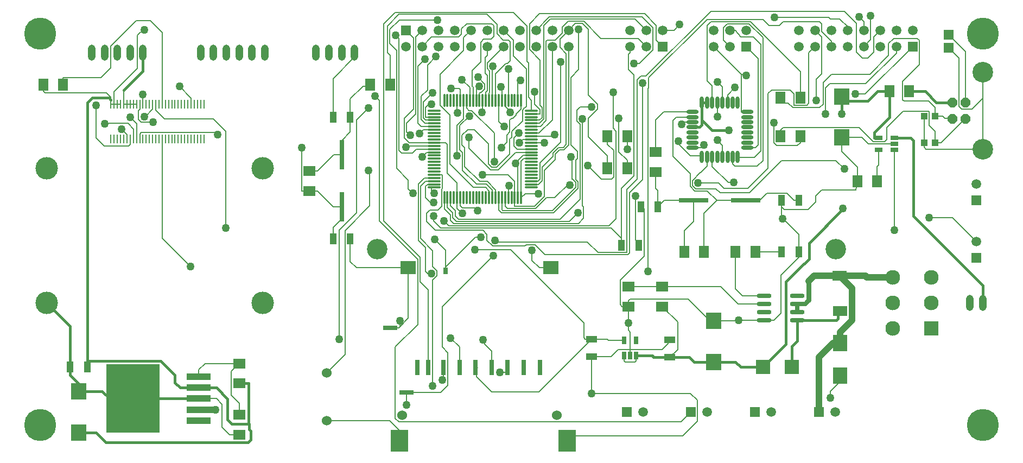
<source format=gtl>
%FSLAX25Y25*%
%MOIN*%
G70*
G01*
G75*
G04 Layer_Physical_Order=1*
G04 Layer_Color=255*
%ADD10R,0.05906X0.07480*%
%ADD11R,0.07480X0.05906*%
%ADD12R,0.04331X0.06693*%
%ADD13R,0.06299X0.06299*%
%ADD14R,0.04331X0.03937*%
%ADD15R,0.08661X0.10236*%
%ADD16R,0.02756X0.05118*%
%ADD17R,0.09449X0.10236*%
%ADD18O,0.02362X0.07677*%
%ADD19O,0.07677X0.02362*%
%ADD20R,0.05118X0.02756*%
%ADD21O,0.01181X0.08268*%
%ADD22O,0.08268X0.01181*%
%ADD23R,0.06693X0.04331*%
%ADD24R,0.09055X0.09055*%
%ADD25R,0.33071X0.41929*%
%ADD26R,0.14961X0.04134*%
%ADD27O,0.09055X0.02756*%
%ADD28R,0.03150X0.18110*%
%ADD29R,0.18110X0.03150*%
%ADD30R,0.08858X0.03150*%
%ADD31R,0.10630X0.13780*%
%ADD32R,0.03150X0.09449*%
%ADD33R,0.03150X0.03937*%
%ADD34R,0.09449X0.07874*%
%ADD35R,0.00984X0.05512*%
%ADD36R,0.08661X0.05906*%
%ADD37C,0.01575*%
%ADD38C,0.00598*%
%ADD39C,0.03937*%
%ADD40C,0.03150*%
%ADD41C,0.00787*%
%ADD42C,0.02756*%
%ADD43C,0.12598*%
%ADD44R,0.05906X0.05906*%
%ADD45C,0.05906*%
%ADD46R,0.05906X0.05906*%
%ADD47C,0.19685*%
%ADD48C,0.06000*%
%ADD49C,0.13780*%
%ADD50C,0.09055*%
%ADD51C,0.12661*%
%ADD52P,0.06213X8X112.5*%
%ADD53O,0.04724X0.09843*%
%ADD54C,0.05000*%
D10*
X29724Y224410D02*
D03*
X17520D02*
D03*
X230512D02*
D03*
X218307D02*
D03*
X376181Y173229D02*
D03*
X363976D02*
D03*
X376181Y192913D02*
D03*
X363976D02*
D03*
X482480Y192913D02*
D03*
X470276D02*
D03*
X482480Y216535D02*
D03*
X470276D02*
D03*
X529724Y165354D02*
D03*
X517520D02*
D03*
X442717Y122047D02*
D03*
X454921D02*
D03*
X423425D02*
D03*
X411220D02*
D03*
X549409Y220473D02*
D03*
X537205D02*
D03*
D11*
X393701Y183268D02*
D03*
Y171063D02*
D03*
X397638Y100591D02*
D03*
Y88386D02*
D03*
X376772Y100591D02*
D03*
Y88386D02*
D03*
X181102Y171457D02*
D03*
Y159252D02*
D03*
X137795Y21850D02*
D03*
Y9646D02*
D03*
Y53347D02*
D03*
Y41142D02*
D03*
D12*
X395079Y149606D02*
D03*
X384449D02*
D03*
X471063Y122047D02*
D03*
X481693D02*
D03*
X481693Y153543D02*
D03*
X471063D02*
D03*
X44685Y51181D02*
D03*
X34055D02*
D03*
X383268Y125984D02*
D03*
X372638D02*
D03*
X195472Y129921D02*
D03*
X206102D02*
D03*
Y204725D02*
D03*
X195473D02*
D03*
D13*
X573622Y255118D02*
D03*
Y247244D02*
D03*
D14*
X558465Y188976D02*
D03*
X565158D02*
D03*
Y205118D02*
D03*
X558465D02*
D03*
D15*
X507087Y46063D02*
D03*
Y65748D02*
D03*
D16*
X374213Y67716D02*
D03*
X381693D02*
D03*
Y58268D02*
D03*
X377953D02*
D03*
X374213D02*
D03*
D17*
X39370Y36220D02*
D03*
Y11024D02*
D03*
X429134Y79527D02*
D03*
Y54331D02*
D03*
X507874Y192126D02*
D03*
Y217323D02*
D03*
D18*
X422047Y213583D02*
D03*
X425197D02*
D03*
X428346D02*
D03*
X431496D02*
D03*
X434646D02*
D03*
X437795D02*
D03*
X440945D02*
D03*
X444095D02*
D03*
Y180118D02*
D03*
X440945D02*
D03*
X437795D02*
D03*
X434646D02*
D03*
X431496D02*
D03*
X428346D02*
D03*
X425197D02*
D03*
X422047D02*
D03*
D19*
X449803Y207874D02*
D03*
Y204724D02*
D03*
Y201575D02*
D03*
Y198425D02*
D03*
Y195276D02*
D03*
Y192126D02*
D03*
Y188976D02*
D03*
Y185827D02*
D03*
X416339D02*
D03*
Y188976D02*
D03*
Y192126D02*
D03*
Y195276D02*
D03*
Y198425D02*
D03*
Y201575D02*
D03*
Y204724D02*
D03*
Y207874D02*
D03*
D20*
X530709Y184449D02*
D03*
Y191929D02*
D03*
X540158D02*
D03*
Y188189D02*
D03*
Y184449D02*
D03*
D21*
X311024Y155118D02*
D03*
X309055D02*
D03*
X307087D02*
D03*
X305118D02*
D03*
X303150D02*
D03*
X301181D02*
D03*
X299213D02*
D03*
X297244D02*
D03*
X295276D02*
D03*
X293307D02*
D03*
X291339D02*
D03*
X289370D02*
D03*
X287402D02*
D03*
X285433D02*
D03*
X283465D02*
D03*
X281496D02*
D03*
X279528D02*
D03*
X277559D02*
D03*
X275590D02*
D03*
X273622D02*
D03*
X271654D02*
D03*
X269685D02*
D03*
X267717D02*
D03*
X265748D02*
D03*
X263779D02*
D03*
Y214961D02*
D03*
X265748D02*
D03*
X267717D02*
D03*
X269685D02*
D03*
X271654D02*
D03*
X273622D02*
D03*
X275590D02*
D03*
X277559D02*
D03*
X279528D02*
D03*
X281496D02*
D03*
X283465D02*
D03*
X285433D02*
D03*
X287402D02*
D03*
X289370D02*
D03*
X291339D02*
D03*
X293307D02*
D03*
X295276D02*
D03*
X297244D02*
D03*
X299213D02*
D03*
X301181D02*
D03*
X303150D02*
D03*
X305118D02*
D03*
X307087D02*
D03*
X309055D02*
D03*
X311024D02*
D03*
D22*
X257480Y161417D02*
D03*
Y163386D02*
D03*
Y165354D02*
D03*
Y167323D02*
D03*
Y169291D02*
D03*
Y171260D02*
D03*
Y173228D02*
D03*
Y175197D02*
D03*
Y177165D02*
D03*
Y179134D02*
D03*
Y181102D02*
D03*
Y183071D02*
D03*
Y185039D02*
D03*
Y187008D02*
D03*
Y188976D02*
D03*
Y190945D02*
D03*
Y192913D02*
D03*
Y194882D02*
D03*
Y196850D02*
D03*
Y198819D02*
D03*
Y200787D02*
D03*
Y202756D02*
D03*
Y204724D02*
D03*
Y206693D02*
D03*
Y208661D02*
D03*
X317323D02*
D03*
Y206693D02*
D03*
Y204724D02*
D03*
Y202756D02*
D03*
Y200787D02*
D03*
Y198819D02*
D03*
Y196850D02*
D03*
Y194882D02*
D03*
Y192913D02*
D03*
Y190945D02*
D03*
Y188976D02*
D03*
Y187008D02*
D03*
Y185039D02*
D03*
Y183071D02*
D03*
Y181102D02*
D03*
Y179134D02*
D03*
Y177165D02*
D03*
Y175197D02*
D03*
Y173228D02*
D03*
Y171260D02*
D03*
Y169291D02*
D03*
Y167323D02*
D03*
Y165354D02*
D03*
Y163386D02*
D03*
Y161417D02*
D03*
D23*
X354331Y68307D02*
D03*
Y57677D02*
D03*
X402362Y57284D02*
D03*
Y67914D02*
D03*
D24*
X477362Y51181D02*
D03*
X459646D02*
D03*
X562992Y74803D02*
D03*
D25*
X72504Y31756D02*
D03*
D26*
X113055Y45142D02*
D03*
Y38449D02*
D03*
Y31756D02*
D03*
Y25063D02*
D03*
Y18370D02*
D03*
D27*
X480512Y79901D02*
D03*
Y84901D02*
D03*
Y89902D02*
D03*
Y94902D02*
D03*
X460433Y79901D02*
D03*
Y84901D02*
D03*
Y89902D02*
D03*
Y94902D02*
D03*
D28*
X200787Y181496D02*
D03*
Y149606D02*
D03*
D29*
X416929Y153543D02*
D03*
X448819D02*
D03*
D30*
X240551Y35433D02*
D03*
X230709Y75197D02*
D03*
D31*
X236221Y5906D02*
D03*
X339370D02*
D03*
D32*
X247244Y50787D02*
D03*
X253937D02*
D03*
X263386D02*
D03*
X273228D02*
D03*
X283071D02*
D03*
X292913D02*
D03*
X302756D02*
D03*
X312598D02*
D03*
X322441D02*
D03*
D33*
X264567Y110236D02*
D03*
D34*
X241732Y112205D02*
D03*
X329134D02*
D03*
D35*
X59055Y191098D02*
D03*
X61024D02*
D03*
X62992D02*
D03*
X64961D02*
D03*
X66929D02*
D03*
X68898D02*
D03*
X70866D02*
D03*
X72835D02*
D03*
X74803D02*
D03*
X76772D02*
D03*
X78740D02*
D03*
X80709D02*
D03*
X82677D02*
D03*
X84646D02*
D03*
X86614D02*
D03*
X88583D02*
D03*
X90551D02*
D03*
X92520D02*
D03*
X94488D02*
D03*
X96457D02*
D03*
X98425D02*
D03*
X100394D02*
D03*
X102362D02*
D03*
X104331D02*
D03*
X106299D02*
D03*
X108268D02*
D03*
X110236D02*
D03*
X112205D02*
D03*
X114173D02*
D03*
X116142D02*
D03*
Y212598D02*
D03*
X114173D02*
D03*
X112205D02*
D03*
X110236D02*
D03*
X108268D02*
D03*
X106299D02*
D03*
X104331D02*
D03*
X102362D02*
D03*
X100394D02*
D03*
X98425D02*
D03*
X96457D02*
D03*
X94488D02*
D03*
X92520D02*
D03*
X90551D02*
D03*
X88583D02*
D03*
X86614D02*
D03*
X84646D02*
D03*
X82677D02*
D03*
X80709D02*
D03*
X78740D02*
D03*
X76772D02*
D03*
X74803D02*
D03*
X72835D02*
D03*
X70866D02*
D03*
X68898D02*
D03*
X66929D02*
D03*
X64961D02*
D03*
X62992D02*
D03*
X61024D02*
D03*
X59055D02*
D03*
D36*
X506693Y107087D02*
D03*
X507087Y85433D02*
D03*
D37*
X481614Y111535D02*
X487795Y117717D01*
Y127165D02*
X509055Y148425D01*
X487795Y117717D02*
Y127165D01*
X473552Y103473D02*
X481614Y111535D01*
X473552Y65087D02*
Y103473D01*
X47638Y216535D02*
X57830D01*
X44685Y213583D02*
X47638Y216535D01*
X44685Y54889D02*
Y213583D01*
X57830Y216535D02*
X59055Y215311D01*
X44685Y54889D02*
X89519D01*
X143701Y16256D02*
Y41142D01*
Y16256D02*
X143799D01*
X133252D02*
X143701D01*
X123859Y38449D02*
X130709Y31599D01*
Y18799D02*
X133252Y16256D01*
X144882Y6693D02*
Y11926D01*
X143145Y4956D02*
X144882Y6693D01*
X55852Y4956D02*
X143145D01*
X143799Y13008D02*
Y16256D01*
Y13008D02*
X144882Y11926D01*
X137795Y41142D02*
X143701D01*
X130709Y18799D02*
Y31599D01*
X381693Y58268D02*
X391452D01*
X392436Y57284D01*
X402362D01*
X414252D01*
X417205Y54331D01*
X429134D01*
X442752D01*
X445902Y51181D01*
X459646D01*
X34055Y46271D02*
X39370Y40956D01*
X34055Y46271D02*
Y51181D01*
X39370Y36220D02*
X53652D01*
X58117Y31756D01*
X72504D02*
X113055D01*
X422047Y213583D02*
X425197D01*
X549409Y220473D02*
X559152D01*
X566042Y213582D01*
X575945D01*
X477362Y51181D02*
Y63956D01*
X480512Y67106D01*
Y79901D01*
X19685Y90551D02*
X34055Y76181D01*
Y51181D02*
Y76181D01*
X420652Y198425D02*
X422047Y199820D01*
X416339Y198425D02*
X420652D01*
X594488Y90551D02*
Y101220D01*
X551952Y143756D02*
X594488Y101220D01*
X551952Y143756D02*
Y190256D01*
X550279Y191929D02*
X551952Y190256D01*
X540158Y191929D02*
X550279D01*
X480512Y79901D02*
X504652D01*
X505752Y81002D01*
X78740Y232967D02*
Y244094D01*
X66929Y221156D02*
X78740Y232967D01*
X524102Y214565D02*
X530009Y220473D01*
X537205D01*
X428261Y196656D02*
X438648D01*
X89519Y54889D02*
X98252Y46156D01*
Y41649D02*
Y46156D01*
Y41649D02*
X101452Y38449D01*
X113055D01*
X459646Y51181D02*
X473552Y65087D01*
X39370Y11024D02*
X49784D01*
X55852Y4956D01*
X113055Y38449D02*
X123859D01*
X527852Y191929D02*
X530709D01*
X527852Y195303D02*
X537205Y204656D01*
Y220473D01*
X422047Y202870D02*
X428261Y196656D01*
X422047Y199820D02*
Y202870D01*
Y213583D01*
X527852Y191929D02*
Y195303D01*
X507874Y206655D02*
Y214565D01*
Y217323D01*
Y214565D02*
X524102D01*
X505752Y81002D02*
Y85433D01*
D38*
X271654Y148658D02*
Y164154D01*
X242316Y188977D02*
X264652D01*
X500000Y265748D02*
X500787Y264961D01*
X500000Y265748D02*
Y265748D01*
X500787Y264961D02*
X506693D01*
X471921Y263260D02*
X494348D01*
X469721Y261059D02*
X471921Y263260D01*
X463350Y261059D02*
X469721D01*
X459754Y264656D02*
X463350Y261059D01*
X425152Y264656D02*
X459754D01*
X466535Y265748D02*
X500000D01*
X494348Y263260D02*
X495552Y262056D01*
Y257256D02*
Y262056D01*
X509758Y269650D02*
X517052Y262356D01*
X506693Y264961D02*
X511496Y260157D01*
X427546Y269650D02*
X509758D01*
X518504Y266142D02*
X521496Y263149D01*
Y258032D02*
Y263149D01*
X517052Y244456D02*
Y262356D01*
X511496Y258032D02*
Y260157D01*
X387758Y229862D02*
X427546Y269650D01*
X283465Y49874D02*
X284378Y50788D01*
X283465Y45276D02*
Y49874D01*
Y45276D02*
X292913Y35827D01*
X74652Y263856D02*
X83388D01*
X90551Y256693D01*
Y212598D02*
Y256693D01*
X59052Y248256D02*
X74652Y263856D01*
X75352Y254856D02*
X79528Y259032D01*
Y258268D02*
Y259032D01*
X292913Y35827D02*
X321850D01*
X354331Y68307D01*
X262598Y88147D02*
X294008Y119556D01*
X262598Y63509D02*
Y88147D01*
Y63509D02*
X266052Y60056D01*
X311024Y210015D02*
Y214961D01*
X310874Y209865D02*
X311024Y210015D01*
X310874Y209693D02*
Y209865D01*
X307838Y206657D02*
X310874Y209693D01*
X312331Y209473D02*
Y209575D01*
X312181Y209324D02*
X312331Y209473D01*
X312181Y209152D02*
Y209324D01*
X311811Y208781D02*
X312181Y209152D01*
X302660Y209819D02*
X304652Y207827D01*
X302487Y209819D02*
X302660D01*
X301551Y210755D02*
X302487Y209819D01*
X301551Y210755D02*
Y210928D01*
X301181Y211297D02*
X301551Y210928D01*
X312331Y209575D02*
X314152Y211396D01*
X311811Y202336D02*
Y208781D01*
X307838Y206027D02*
Y206657D01*
X305783Y203972D02*
X307838Y206027D01*
X305153Y203972D02*
X305783D01*
X303952Y202771D02*
X305153Y203972D01*
X301181Y211297D02*
Y214961D01*
X314152Y211396D02*
Y234256D01*
X305259Y195784D02*
X311811Y202336D01*
X303952Y195456D02*
Y202771D01*
X367452Y197756D02*
Y220056D01*
Y197756D02*
X369352Y195856D01*
X504352Y178056D02*
X509573Y172835D01*
X218052Y150156D02*
Y171830D01*
X404882Y258032D02*
X408268Y261417D01*
X397953Y258032D02*
X404882D01*
X295244Y219583D02*
Y231145D01*
X303150Y214961D02*
Y234090D01*
X295244Y231145D02*
X301696Y237598D01*
X302659D02*
X304152Y239090D01*
X301696Y237598D02*
X302659D01*
X241696Y160666D02*
X244488Y157874D01*
X241696Y160666D02*
Y166040D01*
X249137Y160035D02*
Y162141D01*
Y160035D02*
X249303Y159868D01*
Y155880D02*
Y159868D01*
X249137Y155713D02*
X249303Y155880D01*
X249137Y130248D02*
Y155713D01*
X247830Y159494D02*
Y163533D01*
Y159494D02*
X247996Y159327D01*
Y156421D02*
Y159327D01*
X247830Y156254D02*
X247996Y156421D01*
X247830Y128941D02*
Y156254D01*
X234509Y173228D02*
X241696Y166040D01*
X249137Y162141D02*
X252350Y165354D01*
X247830Y163533D02*
X251619Y167323D01*
X252352Y110011D02*
Y124418D01*
Y110011D02*
X253701Y108661D01*
X255906D01*
X256752Y112776D02*
X259413Y110114D01*
X256752Y104547D02*
X259413Y107208D01*
X256752Y39556D02*
Y104547D01*
Y112776D02*
Y122633D01*
X259413Y107208D02*
Y110114D01*
X432556Y164052D02*
X435752Y160856D01*
X432556Y164052D02*
X432677Y164173D01*
X419685D02*
X432677D01*
X425197Y174531D02*
Y180118D01*
X421138Y170472D02*
X425197Y174531D01*
X421023Y170472D02*
X421138D01*
X416177Y165626D02*
X421023Y170472D01*
X430729Y160665D02*
X433139Y158256D01*
X417691Y159358D02*
X425437D01*
X414870Y162179D02*
Y169925D01*
X404144Y180651D02*
X414870Y169925D01*
X425437Y159358D02*
X431302Y153493D01*
X414870Y162179D02*
X417691Y159358D01*
X416177Y162720D02*
Y165626D01*
Y162720D02*
X418232Y160665D01*
X430729D01*
X404144Y180651D02*
Y202725D01*
X341732Y180315D02*
X342126Y179921D01*
X298911Y145956D02*
X330800D01*
X299727Y147342D02*
X330337D01*
X344535Y161539D01*
X330800Y145956D02*
X345842Y160998D01*
X344452Y166377D02*
Y178074D01*
Y166377D02*
X345842Y164987D01*
Y160998D02*
Y164987D01*
X342126Y166543D02*
X342169Y166500D01*
X342480D01*
X344535Y164445D01*
Y161539D02*
Y164445D01*
X340716Y162992D02*
X341027D01*
X340452Y163256D02*
X340716Y162992D01*
X347152Y154119D02*
Y200085D01*
X348461Y150356D02*
Y203365D01*
X340452Y163256D02*
Y163990D01*
X331618Y155156D02*
X340452Y163990D01*
X326552Y155156D02*
X331618D01*
X342126Y166543D02*
Y179921D01*
X307087Y149956D02*
Y165121D01*
X337376Y184736D02*
X340158Y187518D01*
X345760Y179382D02*
Y183491D01*
X344452Y178074D02*
X345760Y179382D01*
X352199Y218116D02*
X357839Y212477D01*
X352199Y203931D02*
X357839Y209571D01*
X352199Y192709D02*
Y203931D01*
Y218116D02*
Y258617D01*
X357839Y209571D02*
Y212477D01*
X347184Y211024D02*
X354331D01*
X347152Y211056D02*
X347184Y211024D01*
X363976Y188056D02*
X367952Y184080D01*
Y167952D02*
Y184080D01*
X366535Y166535D02*
X367952Y167952D01*
X360236Y166535D02*
X366535D01*
X351969Y174803D02*
X360236Y166535D01*
X348461Y150356D02*
X349378Y149439D01*
X348461Y203365D02*
X348652Y203556D01*
X336834Y186043D02*
X338752Y187961D01*
X334078Y186043D02*
X336834D01*
X330492Y182457D02*
X334078Y186043D01*
X330492Y180560D02*
Y182457D01*
X323860Y173928D02*
X330492Y180560D01*
X334620Y184736D02*
X337376D01*
X331799Y181916D02*
X334620Y184736D01*
X331799Y178698D02*
Y181916D01*
X325167Y172066D02*
X331799Y178698D01*
X322553Y176664D02*
X335152Y189263D01*
X322553Y166734D02*
Y176664D01*
X323860Y165494D02*
Y173928D01*
X340158Y187518D02*
Y248031D01*
X338752Y187961D02*
Y243556D01*
X341552Y187698D02*
X345760Y183491D01*
X341552Y187698D02*
Y228956D01*
X345144Y202093D02*
X347152Y200085D01*
X448714Y230814D02*
X449213Y230315D01*
X446352Y230814D02*
X448714D01*
X448819Y153543D02*
X457652D01*
X462065Y157956D01*
X474252D01*
X478665Y153543D01*
X481693D01*
X376772Y73837D02*
X377953Y72656D01*
X376772Y73837D02*
Y88386D01*
X429134Y79527D02*
X444552D01*
X444926Y79901D01*
X460433D01*
X39370Y36220D02*
Y40956D01*
X58117Y31756D02*
X72504D01*
X517520Y165354D02*
Y173856D01*
X507874Y183502D02*
X517520Y173856D01*
X507874Y183502D02*
Y192126D01*
X354331Y68307D02*
X363952D01*
X364543Y67716D01*
X374213D01*
X181102Y159252D02*
X186052D01*
X195698Y149606D01*
X200787D01*
X558465Y188976D02*
Y205118D01*
X594488Y185039D02*
Y216292D01*
X200787Y181496D02*
Y190356D01*
X206102Y195671D01*
Y204725D01*
X181102Y171457D02*
X185852D01*
X195891Y181496D01*
X200787D01*
X454921Y122047D02*
X471063D01*
X395079Y149606D02*
Y159556D01*
X393701Y160934D02*
X395079Y159556D01*
X393701Y160934D02*
Y171063D01*
X411220Y122047D02*
Y134856D01*
X416929Y140565D01*
Y153543D01*
X565158Y205118D02*
X569852D01*
X571230Y203741D01*
X575945D01*
X529724Y165354D02*
Y174356D01*
X530709Y175340D01*
Y184449D01*
X376772Y100591D02*
X397638D01*
X558465Y186256D02*
Y188976D01*
Y186256D02*
X559681Y185039D01*
X594488D01*
X583819Y213582D02*
Y244921D01*
X573622Y255118D02*
X583819Y244921D01*
X241732Y81077D02*
Y112205D01*
X116943Y53347D02*
X137795D01*
X113052Y49456D02*
X116943Y53347D01*
X113052Y45142D02*
X113055D01*
X208661Y241556D02*
Y244094D01*
X195473Y228367D02*
X208661Y241556D01*
X195473Y204725D02*
Y228367D01*
X206102Y116056D02*
Y129921D01*
Y116056D02*
X209954Y112205D01*
X241732D01*
X460433Y79901D02*
X466252D01*
X470452Y84101D01*
Y107456D01*
X481693Y118697D01*
Y122047D01*
X206102Y204725D02*
Y215856D01*
X213902Y223656D01*
X218307D02*
Y224410D01*
X442717Y99237D02*
Y122047D01*
Y99237D02*
X447052Y94902D01*
X460433D01*
X569055Y188976D02*
X583819Y203741D01*
X565158Y188976D02*
X569055D01*
X113055Y31756D02*
X123852D01*
X127352Y28256D01*
Y14256D02*
Y28256D01*
Y14256D02*
X131962Y9646D01*
X137795D01*
X393652Y183268D02*
X393701D01*
X393652Y203056D02*
X398470Y207874D01*
X416339D01*
X381693Y55056D02*
Y58268D01*
X380893Y54256D02*
X381693Y55056D01*
X375013Y54256D02*
X380893D01*
X374213Y55056D02*
X375013Y54256D01*
X374213Y55056D02*
Y58268D01*
X449134Y248031D02*
X456752Y240413D01*
Y187527D02*
Y240413D01*
X455052Y185827D02*
X456752Y187527D01*
X449803Y185827D02*
X455052D01*
X429134Y248031D02*
X446352Y230814D01*
Y207874D02*
X449803D01*
X397638Y100591D02*
X433617D01*
X444306Y89902D01*
X460433D01*
X505752Y85433D02*
X507087D01*
X90551Y130357D02*
X107852Y113056D01*
X90551Y130357D02*
Y191098D01*
X290158Y242618D02*
Y248031D01*
X288850Y241311D02*
X290158Y242618D01*
X288850Y231681D02*
Y241311D01*
Y231681D02*
X290158Y230374D01*
Y220754D02*
Y230374D01*
X289370Y219966D02*
X290158Y220754D01*
X289370Y214961D02*
Y219966D01*
X291339Y214961D02*
Y219356D01*
X291736Y219753D01*
Y232988D01*
X290158Y234566D02*
X291736Y232988D01*
X290158Y234566D02*
Y238032D01*
X300158Y248031D01*
X283465Y214961D02*
Y221768D01*
X285152Y223456D01*
X274728Y227580D02*
X279528Y222780D01*
Y214961D02*
Y222780D01*
X56355Y219656D02*
X59055Y216956D01*
X18520Y219656D02*
X56355D01*
X17520Y220656D02*
X18520Y219656D01*
X17520Y220656D02*
Y224410D01*
X366352Y57677D02*
X370531Y61856D01*
X397552D02*
X401152Y65456D01*
Y67914D02*
X402362D01*
X262452Y43256D02*
X263386Y44190D01*
Y50788D01*
X230709Y75197D02*
X235852D01*
X354331Y57677D02*
X354352D01*
X298752Y223156D02*
X299213Y222695D01*
Y214961D02*
Y222695D01*
X302756Y48056D02*
Y50788D01*
X292914D02*
Y60856D01*
X288552Y65218D02*
X292914Y60856D01*
X287752Y67856D02*
X288552D01*
X273228Y50788D02*
Y63456D01*
X267652Y69032D02*
X273228Y63456D01*
X267552Y69032D02*
X267652D01*
X312652Y179134D02*
X317323D01*
X311067Y177549D02*
X312652Y179134D01*
X311067Y164041D02*
Y177549D01*
X311024Y163997D02*
X311067Y164041D01*
X311024Y155118D02*
Y163997D01*
X59055Y212598D02*
Y216956D01*
X55352Y200456D02*
X55652Y200756D01*
X69452D01*
X72835Y197373D01*
Y191098D02*
Y197373D01*
X29724Y224410D02*
Y228956D01*
X52952D01*
X59052Y235056D01*
Y248256D01*
X84646Y209456D02*
Y212598D01*
X80246Y205056D02*
X84646Y209456D01*
X79552Y205056D02*
X80246D01*
X78740Y212598D02*
Y218556D01*
X250152Y180356D02*
X252867Y183071D01*
X257480D01*
X250158Y248031D02*
X256082Y253956D01*
X272652D01*
X274252Y255556D01*
Y258856D01*
X277452Y262056D01*
X292952D01*
X294152Y260856D01*
Y254256D02*
Y260856D01*
X292452Y252556D02*
X294152Y254256D01*
X288052Y252556D02*
X292452D01*
X286152Y250656D02*
X288052Y252556D01*
X286152Y238456D02*
Y250656D01*
X280952Y233256D02*
X286152Y238456D01*
X280952Y223656D02*
Y233256D01*
Y223656D02*
X281496Y223112D01*
Y214961D02*
Y223112D01*
X264652Y188977D02*
X265576Y188052D01*
Y170231D02*
Y188052D01*
Y170231D02*
X271654Y164154D01*
X540158Y184449D02*
X540252D01*
X440945Y175856D02*
Y180118D01*
Y175856D02*
X442238Y174563D01*
X455959D01*
X459459Y178063D01*
Y253449D01*
X450916Y261992D02*
X459459Y253449D01*
X437452Y261992D02*
X450916D01*
X435152Y259692D02*
X437452Y261992D01*
X435152Y252013D02*
Y259692D01*
Y252013D02*
X439134Y248031D01*
X437795Y218229D02*
X442323Y222756D01*
X437795Y213583D02*
Y218229D01*
X431693Y226264D02*
X434646Y223311D01*
Y213583D02*
Y223311D01*
X295276Y214961D02*
Y219551D01*
X295244Y219583D02*
X295276Y219551D01*
X304152Y239090D02*
Y251056D01*
X303152Y252056D02*
X304152Y251056D01*
X299852Y252056D02*
X303152D01*
X296152Y255756D02*
X299852Y252056D01*
X296152Y255756D02*
Y261656D01*
X290044Y267764D02*
X296152Y261656D01*
X236076Y267764D02*
X290044D01*
X229045Y260733D02*
X236076Y267764D01*
X229045Y244120D02*
Y260733D01*
Y244120D02*
X230512Y242653D01*
Y224410D02*
Y242653D01*
X311024Y155118D02*
X313461Y157556D01*
X321652D01*
X322203Y112205D02*
X329134D01*
X317752Y116656D02*
X322203Y112205D01*
X317752Y116656D02*
Y122756D01*
X195472Y129921D02*
Y137056D01*
X200787Y142371D01*
Y149606D01*
X303052Y169156D02*
X307087Y165121D01*
X287352Y169156D02*
X303052D01*
X271537Y180856D02*
Y199463D01*
X275591Y203517D01*
Y214961D01*
X331452Y192913D02*
Y193792D01*
X300158Y258032D02*
X306152Y252037D01*
Y242256D02*
Y252037D01*
Y242256D02*
X314152Y234256D01*
X305259Y192349D02*
Y195784D01*
X304060Y191149D02*
X305259Y192349D01*
X304060Y181856D02*
Y191149D01*
X296052Y173848D02*
X304060Y181856D01*
X293052Y173848D02*
X296052D01*
X290937Y175963D02*
X293052Y173848D01*
X290937Y175963D02*
Y188371D01*
X282352Y196956D02*
X290937Y188371D01*
X278244Y196956D02*
X282352D01*
X274744Y193456D02*
X278244Y196956D01*
X274744Y187429D02*
Y193456D01*
Y187429D02*
X276427Y185746D01*
Y174202D02*
Y185746D01*
Y174202D02*
X285452Y165177D01*
X290128D01*
X295276Y160030D01*
Y155118D02*
Y160030D01*
X309055Y177859D02*
X312299Y181103D01*
X317323D01*
X409652Y200356D02*
X410871Y201575D01*
X416339D01*
X50052Y191956D02*
Y211756D01*
Y191956D02*
X55038Y186970D01*
X69980D01*
X70866Y187856D01*
Y191098D01*
X565158Y205118D02*
Y210656D01*
X561358Y214456D02*
X565158Y210656D01*
X546252Y214456D02*
X561358D01*
X545352Y215356D02*
X546252Y214456D01*
X545352Y215356D02*
Y226556D01*
X555552Y236756D01*
Y251856D01*
X554352Y253056D02*
X555552Y251856D01*
X539852Y253056D02*
X554352D01*
X536552Y249756D02*
X539852Y253056D01*
X536552Y242456D02*
Y249756D01*
X525152Y231056D02*
X536552Y242456D01*
X501552Y231056D02*
X525152D01*
X496545Y226049D02*
X501552Y231056D01*
X496545Y212656D02*
Y226049D01*
X494369Y210480D02*
X496545Y212656D01*
X477828Y210480D02*
X494369D01*
X474952Y213356D02*
X477828Y210480D01*
X470276Y213356D02*
Y216535D01*
X76772Y209456D02*
Y212598D01*
X75852Y208536D02*
X76772Y209456D01*
X75852Y203127D02*
Y208536D01*
Y203127D02*
X77452Y201526D01*
X84772D01*
X279052Y185556D02*
Y192256D01*
Y185556D02*
X292412Y172196D01*
X296777D01*
X307652Y183071D01*
X317323D01*
X427052Y79527D02*
X429134D01*
X413724Y92856D02*
X427052Y79527D01*
X377772Y92856D02*
X413724D01*
X376772Y91856D02*
X377772Y92856D01*
X376772Y88386D02*
Y91856D01*
X507087Y42390D02*
Y46063D01*
X500952Y36256D02*
X507087Y42390D01*
X500952Y32356D02*
Y36256D01*
X317323Y198819D02*
X322791D01*
X326386Y202415D01*
Y214182D01*
X326197Y214371D02*
X326386Y214182D01*
X326197Y214371D02*
Y251201D01*
X327052Y252056D01*
X331852D01*
X336152Y256356D01*
Y259892D01*
X339877Y263617D01*
X349542D01*
X360104Y253056D01*
X382928D01*
X387953Y248031D01*
X346352Y233756D02*
Y258692D01*
X341552Y228956D02*
X346352Y233756D01*
X297244Y147623D02*
X298911Y145956D01*
X297244Y147623D02*
Y155118D01*
X428347Y213583D02*
Y223856D01*
X425152Y227050D02*
X428347Y223856D01*
X425152Y227050D02*
Y260956D01*
X427496Y263299D01*
X451808D01*
X482480Y232628D01*
Y216535D02*
Y232628D01*
X264567Y110236D02*
Y112671D01*
X282952Y131056D02*
X286152D01*
X309952Y189056D02*
X311841Y190945D01*
X317323D01*
X261629Y35433D02*
X266052Y39856D01*
Y60056D01*
X317323Y188977D02*
X325152D01*
X349378Y142423D02*
Y149439D01*
X346284Y139329D02*
X349378Y142423D01*
X269507Y139329D02*
X346284D01*
X267735Y141101D02*
X269507Y139329D01*
X267735Y141101D02*
Y144435D01*
X263780Y148390D02*
X267735Y144435D01*
X263780Y148390D02*
Y155118D01*
X273622Y214961D02*
Y221586D01*
X272852Y222356D02*
X273622Y221586D01*
X268052Y222356D02*
X272852D01*
X76772Y191098D02*
Y194256D01*
X77591Y195076D01*
X123232D01*
X124552Y193756D01*
X306444Y191748D02*
X309452Y194756D01*
X306444Y187056D02*
Y191748D01*
Y187056D02*
X308460Y185039D01*
X317323D01*
X339370Y5906D02*
Y8856D01*
X410252D02*
X419352Y17956D01*
Y30756D01*
X415052Y35056D02*
X419352Y30756D01*
X354352Y35056D02*
X415052D01*
X527452Y253987D02*
X531496Y258032D01*
X527452Y244456D02*
Y253987D01*
X523852Y240856D02*
X527452Y244456D01*
X520652Y240856D02*
X523852D01*
X517052Y244456D02*
X520652Y240856D01*
X384652Y229862D02*
X387758D01*
X382229Y227438D02*
X384652Y229862D01*
X382229Y166533D02*
Y227438D01*
X375852Y160156D02*
X382229Y166533D01*
X375852Y121556D02*
Y160156D01*
X358152Y121556D02*
X375852D01*
X351652Y128056D02*
X358152Y121556D01*
X295852Y128056D02*
X351652D01*
X294852Y129056D02*
X295852Y128056D01*
X303150Y162054D02*
X303552Y162456D01*
X303150Y155118D02*
Y162054D01*
X409288Y17556D02*
X415354Y23622D01*
X235852Y17556D02*
X409288D01*
X233752Y19656D02*
X235852Y17556D01*
X233752Y19656D02*
Y63456D01*
X247465Y77169D01*
Y117156D01*
X223852Y140769D02*
X247465Y117156D01*
X223852Y140769D02*
Y214956D01*
X221352Y217456D02*
X223852Y214956D01*
X251031Y213935D02*
X256752Y219656D01*
X251031Y204077D02*
Y213935D01*
Y204077D02*
X252352Y202756D01*
X257480D01*
X252338Y204725D02*
X257480D01*
X252338D02*
Y210642D01*
X254252Y212556D01*
X255852D01*
X210052Y202956D02*
X217252Y210156D01*
X210052Y146056D02*
Y202956D01*
X199252Y135256D02*
X210052Y146056D01*
X199252Y68256D02*
Y135256D01*
X541496Y244056D02*
Y248031D01*
X522596Y225156D02*
X541496Y244056D01*
X500452Y225156D02*
X522596D01*
X497852Y222556D02*
X500452Y225156D01*
X497852Y206556D02*
Y222556D01*
X340532Y140636D02*
X345852Y145956D01*
X271426Y140636D02*
X340532D01*
X269064Y142998D02*
X271426Y140636D01*
X269064Y142998D02*
Y146062D01*
X265748Y149379D02*
X269064Y146062D01*
X265748Y149379D02*
Y155118D01*
X267717Y150253D02*
Y155118D01*
Y150253D02*
X270572Y147398D01*
Y143836D02*
Y147398D01*
Y143836D02*
X272465Y141943D01*
X334976D01*
X347152Y154119D01*
X345144Y202093D02*
Y209048D01*
X347152Y211056D01*
X516152Y218956D02*
X522421D01*
X551496Y248031D01*
X257480Y169291D02*
X262652D01*
Y160756D02*
Y169291D01*
X262152Y160256D02*
X262652Y160756D01*
X262152Y149748D02*
Y160256D01*
X259868Y147464D02*
X262152Y149748D01*
X254848Y147464D02*
X259868D01*
X252840Y145456D02*
X254848Y147464D01*
X252840Y140448D02*
Y145456D01*
Y140448D02*
X258132Y135156D01*
X287552D01*
X290052Y132656D01*
Y128856D02*
Y132656D01*
Y128856D02*
X293452Y125456D01*
X313352D01*
X314252Y126356D01*
X319552D01*
X325752Y120156D01*
X376652D01*
X377652Y121156D01*
Y158256D01*
X385752Y166356D01*
Y225656D01*
X487752Y244287D02*
X491496Y248031D01*
X487752Y213087D02*
Y244287D01*
X486452Y211787D02*
X487752Y213087D01*
X478452Y211787D02*
X486452D01*
X478452D02*
Y219056D01*
X476152Y221356D02*
X478452Y219056D01*
X464852Y221356D02*
X476152D01*
X462652Y219156D02*
X464852Y221356D01*
X462652Y173256D02*
Y219156D01*
X450252Y160856D02*
X462652Y173256D01*
X435752Y160856D02*
X450252D01*
X247830Y128941D02*
X252352Y124418D01*
X251619Y167323D02*
X257480D01*
X501496Y248031D02*
Y251312D01*
X495552Y257256D02*
X501496Y251312D01*
X389260Y228764D02*
X425152Y264656D01*
X389260Y222456D02*
Y228764D01*
X388952Y222148D02*
X389260Y222456D01*
X388952Y109756D02*
Y222148D01*
X249137Y130248D02*
X256752Y122633D01*
X252350Y165354D02*
X257480D01*
X253552Y163386D02*
X257480D01*
X252338Y162172D02*
X253552Y163386D01*
X252338Y155156D02*
Y162172D01*
Y155156D02*
X255338Y152156D01*
X257352D01*
X263652Y140856D02*
X266652Y137856D01*
X364952D01*
X369352Y142256D01*
Y195856D01*
X521496Y248031D02*
X525552Y252087D01*
Y266956D01*
X236152Y264256D02*
X259752D01*
X230352Y258456D02*
X236152Y264256D01*
X230352Y249813D02*
Y258456D01*
Y249813D02*
X234509Y245656D01*
Y173228D02*
Y245656D01*
X255852Y159556D02*
X257452Y157956D01*
X255852Y161417D02*
X257480D01*
X301181Y149956D02*
Y155118D01*
Y149956D02*
X302488Y148649D01*
X320045D01*
X326552Y155156D01*
X492152Y215056D02*
Y227872D01*
X495552Y231272D01*
Y253976D01*
X491496Y258032D02*
X495552Y253976D01*
X132952Y48503D02*
X137795Y53347D01*
X132952Y33899D02*
Y48503D01*
Y33899D02*
X137795Y29056D01*
Y21850D02*
Y29056D01*
X108268Y212598D02*
Y216356D01*
X101168Y223456D02*
X108268Y216356D01*
X129752Y136556D02*
Y195756D01*
X121852Y203656D02*
X129752Y195756D01*
X91952Y203656D02*
X121852D01*
X86614Y208994D02*
X91952Y203656D01*
X86614Y208994D02*
Y212598D01*
X74803Y191098D02*
Y200664D01*
X70866Y204601D02*
X74803Y200664D01*
X68898Y191098D02*
Y193956D01*
X65698Y197156D02*
X68898Y193956D01*
X383268Y125984D02*
Y127156D01*
X381252Y129172D02*
X383268Y127156D01*
X381252Y129172D02*
Y156156D01*
X431452Y190456D02*
X434646Y187262D01*
Y180118D02*
Y187262D01*
X257954Y129556D02*
X264567Y122943D01*
X271654Y148658D02*
X274854Y145458D01*
X239437Y191856D02*
X242316Y188977D01*
X239437Y191856D02*
Y203971D01*
X244890Y209424D01*
Y253299D01*
X240158Y258032D02*
X244890Y253299D01*
X397638Y88386D02*
X407152Y78872D01*
Y62073D02*
Y78872D01*
X402362Y57284D02*
X407152Y62073D01*
X241004Y187008D02*
X257480D01*
X240152Y186156D02*
X241004Y187008D01*
X282542Y148966D02*
X284152Y147356D01*
X274912Y148966D02*
X282542D01*
X273622Y150256D02*
X274912Y148966D01*
X273622Y150256D02*
Y155118D01*
X191732Y18110D02*
X230298D01*
X236221Y12187D01*
Y5906D02*
Y12187D01*
X373022Y88386D02*
X376772D01*
X371952Y89456D02*
X373022Y88386D01*
X371952Y89456D02*
Y104656D01*
X386452Y119156D01*
Y148456D01*
X384449D02*
Y149606D01*
X471063Y143086D02*
X481693Y132456D01*
Y122047D02*
Y132456D01*
X516652Y159956D02*
X517520Y165354D01*
X471063Y149456D02*
Y153543D01*
X507874Y192126D02*
X520176D01*
X524113Y188189D01*
X540158D01*
X350252Y68307D02*
X354331D01*
X349452Y69107D02*
X350252Y68307D01*
X349452Y69107D02*
Y78356D01*
X304567Y123241D02*
X349452Y78356D01*
X282644Y123241D02*
X304567D01*
X240744Y195664D02*
X242952Y193456D01*
X240744Y195664D02*
Y201056D01*
X246197Y206509D01*
Y254071D01*
X250158Y258032D01*
X75352Y234684D02*
Y254856D01*
X61024Y220356D02*
X75352Y234684D01*
X61024Y212598D02*
Y220356D01*
X320158Y258032D02*
X328358Y266232D01*
X385376D01*
X391952Y259656D01*
Y245956D02*
Y259656D01*
X383552Y237556D02*
X391952Y245956D01*
X380352Y237556D02*
X383552D01*
X299213Y147856D02*
X299727Y147342D01*
X299213Y147856D02*
Y155118D01*
X273437Y199441D02*
X279152Y205156D01*
X273437Y184638D02*
Y199441D01*
Y184638D02*
X275052Y183023D01*
Y172056D02*
Y183023D01*
Y172056D02*
X283652Y163456D01*
X289707D01*
X293307Y159856D01*
Y155118D02*
Y159856D01*
X291339Y155118D02*
Y159356D01*
X289239Y161456D02*
X291339Y159356D01*
X281652Y161456D02*
X289239D01*
X267152Y175956D02*
X281652Y161456D01*
X267152Y175956D02*
Y205760D01*
X261152Y211760D02*
X267152Y205760D01*
X261152Y211760D02*
Y230956D01*
X275752Y245556D01*
Y253626D01*
X280158Y258032D01*
X325167Y155771D02*
Y172066D01*
X319352Y149956D02*
X325167Y155771D01*
X307087Y149956D02*
X319352D01*
X191732Y47638D02*
X202852Y58757D01*
Y134956D01*
X218052Y150156D01*
X248679Y194729D02*
X250801Y196851D01*
X257480D01*
X246768Y185039D02*
X257480D01*
X244377Y182648D02*
X246768Y185039D01*
X237452Y182648D02*
X244377D01*
X235852Y184248D02*
X237452Y182648D01*
X235852Y184248D02*
Y253056D01*
X233952Y254956D02*
X235852Y253056D01*
X253507Y236711D02*
X258752Y241956D01*
X253507Y221199D02*
Y236711D01*
X249724Y217416D02*
X253507Y221199D01*
X249724Y203116D02*
Y217416D01*
Y203116D02*
X252052Y200787D01*
X257480D01*
X271654Y207754D02*
X272052Y207356D01*
X271654Y207754D02*
Y214961D01*
X247537Y235941D02*
X251952Y240356D01*
X247537Y200803D02*
Y235941D01*
Y200803D02*
X249521Y198819D01*
X257480D01*
X297244Y201964D02*
Y214961D01*
Y201964D02*
X300444Y198764D01*
X176352Y159252D02*
Y185756D01*
Y159252D02*
X181102D01*
X594488Y216292D02*
Y232283D01*
X581452Y209656D02*
X587852D01*
X579852Y211256D02*
X581452Y209656D01*
X579852Y211256D02*
Y241014D01*
X573622Y247244D02*
X579852Y241014D01*
X319152Y212656D02*
Y220256D01*
Y212656D02*
X322465Y209343D01*
Y206693D02*
Y209343D01*
X317323Y206693D02*
X322465D01*
X253937Y50788D02*
Y98513D01*
X248772Y103678D02*
X253937Y98513D01*
X248772Y103678D02*
Y118457D01*
X226452Y140777D02*
X248772Y118457D01*
X226452Y140777D02*
Y261963D01*
X233560Y269071D01*
X306337D01*
X314752Y260656D01*
Y238956D02*
Y260656D01*
Y238956D02*
X315636Y238072D01*
Y216748D02*
Y238072D01*
Y216748D02*
X317352Y215032D01*
X317323Y208662D02*
X317352D01*
X298952Y185920D02*
X302152Y189120D01*
Y193656D01*
X303952Y195456D01*
X330158Y203056D02*
Y248031D01*
X321984Y194882D02*
X330158Y203056D01*
X317323Y194882D02*
X321984D01*
X309055Y225859D02*
X310552Y227356D01*
X309055Y214961D02*
Y225859D01*
X293307Y235566D02*
X293752Y236011D01*
X293307Y214961D02*
Y235566D01*
X286852Y207656D02*
X287402Y208206D01*
Y214961D01*
X285433D02*
Y219129D01*
X286252Y219948D01*
X286652D01*
X288752Y222048D01*
Y224956D01*
X284552Y229156D02*
X288752Y224956D01*
X257152Y140806D02*
Y143956D01*
Y140806D02*
X261452Y136506D01*
X366388D01*
X372638Y125984D02*
Y130256D01*
X377953Y244264D02*
Y248031D01*
X376844Y243155D02*
X377953Y244264D01*
X376844Y234048D02*
Y243155D01*
Y234048D02*
X380152Y230740D01*
Y168456D02*
Y230740D01*
X372638Y160942D02*
X380152Y168456D01*
X334852Y252726D02*
X340158Y258032D01*
X334852Y247456D02*
Y252726D01*
Y247456D02*
X338752Y243556D01*
X321752Y163386D02*
X323860Y165494D01*
X317323Y163386D02*
X321752D01*
X340158Y258032D02*
X344436Y262310D01*
X348506D01*
X352199Y258617D01*
Y192709D02*
X363976Y180931D01*
Y173229D02*
Y180931D01*
X335152Y189263D02*
Y238656D01*
X321173Y165354D02*
X322553Y166734D01*
X317323Y165354D02*
X321173D01*
X363976Y188056D02*
Y192913D01*
X395079Y149606D02*
X399016Y153543D01*
X416929D01*
X431352D02*
X448819D01*
X423425Y122047D02*
Y145616D01*
X404144Y202725D02*
X406144Y204725D01*
X416339D01*
X433139Y158256D02*
X451152D01*
X470952Y178056D01*
X504352D01*
X575906Y142756D02*
X590551Y128110D01*
X561652Y142756D02*
X575906D01*
X438147Y164456D02*
X441452D01*
X428347Y174256D02*
X438147Y164456D01*
X428347Y174256D02*
Y180118D01*
X565158Y188976D02*
Y196056D01*
X561652Y199562D02*
X565158Y196056D01*
X561652Y199562D02*
Y208156D01*
X545452D02*
X561652D01*
X535452Y198156D02*
X545452Y208156D01*
X535452Y190743D02*
Y198156D01*
X534252Y189543D02*
X535452Y190743D01*
X527152Y189543D02*
X534252D01*
X518439Y198256D02*
X527152Y189543D01*
X471876Y198256D02*
X518439D01*
X470276Y196656D02*
X471876Y198256D01*
X470276Y192913D02*
Y196656D01*
X317323Y202756D02*
X322352D01*
X323772Y204176D01*
Y210698D01*
X322660Y211809D02*
X323772Y210698D01*
X322660Y211809D02*
Y239626D01*
X316152Y246134D02*
X322660Y239626D01*
X316152Y246134D02*
Y261956D01*
X322389Y268193D01*
X386815D01*
X393952Y261056D01*
Y252032D02*
Y261056D01*
Y252032D02*
X397953Y248031D01*
X317323Y200787D02*
X322252D01*
X325079Y203615D01*
Y212685D01*
X324890Y212875D02*
X325079Y212685D01*
X324890Y212875D02*
Y260793D01*
X329021Y264925D01*
X381060D01*
X387953Y258032D01*
X444095Y180056D02*
Y180118D01*
X454252Y180056D02*
X458152Y183956D01*
Y249356D01*
X453452Y254056D02*
X458152Y249356D01*
X445952Y254056D02*
X453452D01*
X442552Y258032D02*
X445952Y254056D01*
X439134Y258032D02*
X442552D01*
X277559Y210157D02*
Y214961D01*
Y210157D02*
X279052Y208664D01*
X280652D01*
X294552Y194764D01*
Y177356D02*
Y194764D01*
X431496Y205056D02*
Y213583D01*
X466252Y188756D02*
Y201256D01*
Y188756D02*
X467852Y187156D01*
X480652D01*
X482480Y188984D01*
Y192913D01*
X376181Y173229D02*
Y178156D01*
X371052Y183285D02*
X376181Y178156D01*
X371052Y183285D02*
Y203920D01*
X407652Y188256D02*
Y189856D01*
Y188256D02*
X415052Y180856D01*
X422047Y180118D02*
Y180856D01*
X416339Y185827D02*
X421723D01*
X423352Y187456D01*
X376181Y185048D02*
Y192913D01*
X255852Y159556D02*
Y161417D01*
X113052Y45142D02*
Y49456D01*
X240552Y27956D02*
Y35433D01*
X240551D02*
X240552D01*
X261629D01*
X264567Y112671D02*
Y122943D01*
Y112671D02*
X282952Y131056D01*
X288552Y65218D02*
Y67856D01*
X297852Y48056D02*
X302756D01*
X235852Y75197D02*
X236652Y75997D01*
X241732Y81077D01*
X236652Y75997D02*
Y79556D01*
X307552Y176356D02*
X309055Y177859D01*
Y155118D02*
Y177859D01*
X354352Y57677D02*
X366352D01*
X354352Y35056D02*
Y57677D01*
X377953Y61856D02*
X397552D01*
X370531D02*
X377953D01*
Y58268D02*
Y61856D01*
Y72656D01*
X339370Y8856D02*
X410252D01*
X401152Y65456D02*
Y67914D01*
X384449Y148456D02*
X386452D01*
X471063Y143086D02*
Y149456D01*
X472463Y148056D01*
X44685Y51181D02*
Y54889D01*
X587852Y209656D02*
X594488Y216292D01*
X317352Y208662D02*
Y215032D01*
X317323Y192913D02*
X331452D01*
X366388Y136506D02*
X372638Y130256D01*
Y160942D01*
X213902Y223656D02*
X218307D01*
X423425Y145616D02*
X431302Y153493D01*
X431352Y153543D01*
X431302Y153493D02*
X448819Y153543D01*
X470276Y213356D02*
X474952D01*
X444095Y180056D02*
X454252D01*
X446352Y207874D02*
Y230814D01*
X540252Y135217D02*
Y184449D01*
X393652Y183268D02*
Y203056D01*
X415052Y180856D02*
X422047D01*
X472463Y148056D02*
X487189D01*
X491854Y152720D01*
X516622Y159986D02*
X516652Y159956D01*
X491854Y152720D02*
Y156177D01*
X495663Y159986D01*
X516622D01*
D39*
X490883Y107087D02*
X506693D01*
X487652Y103856D02*
X490883Y107087D01*
X506693D02*
X522552D01*
X523339Y106299D01*
X539370D01*
X506693Y107087D02*
X514352Y99428D01*
Y79856D02*
Y99428D01*
X507087Y72591D02*
X514352Y79856D01*
X507087Y65748D02*
Y72591D01*
X502444Y65748D02*
X507087D01*
X494095Y57398D02*
X502444Y65748D01*
X494095Y23622D02*
Y57398D01*
X113055Y25063D02*
X123352D01*
D40*
X487652Y92102D02*
Y103856D01*
D41*
X61024Y212598D02*
X64961D01*
X66929D02*
X68898D01*
X70866D01*
X72835D01*
X74803D01*
X59055D02*
X61024D01*
X66929D02*
Y221156D01*
D42*
X480512Y89902D02*
X485452D01*
X487652Y92102D01*
X480512Y84901D02*
Y89902D01*
D43*
X222441Y123622D02*
D03*
X504331D02*
D03*
D44*
X590551Y118110D02*
D03*
Y153543D02*
D03*
D45*
Y128110D02*
D03*
Y163543D02*
D03*
X385984Y23622D02*
D03*
X425354D02*
D03*
X464725D02*
D03*
X504095D02*
D03*
X250158Y258032D02*
D03*
X280158D02*
D03*
X260158D02*
D03*
X270158D02*
D03*
X240158Y248031D02*
D03*
X250158D02*
D03*
X260158D02*
D03*
X270158D02*
D03*
X280158D02*
D03*
X310158Y258032D02*
D03*
X290158D02*
D03*
X300158D02*
D03*
X320158D02*
D03*
X330158D02*
D03*
X340158D02*
D03*
X310158Y248031D02*
D03*
X320158D02*
D03*
X290158D02*
D03*
X300158D02*
D03*
X330158D02*
D03*
X340158D02*
D03*
X397953Y258032D02*
D03*
X377953Y248031D02*
D03*
X387953D02*
D03*
X377953Y258032D02*
D03*
X387953D02*
D03*
X449134D02*
D03*
X429134Y248031D02*
D03*
X439134D02*
D03*
X429134Y258032D02*
D03*
X439134D02*
D03*
X481496D02*
D03*
X491496D02*
D03*
X501496D02*
D03*
X481496Y248031D02*
D03*
X491496D02*
D03*
X501496D02*
D03*
X511496D02*
D03*
X531496Y258032D02*
D03*
X511496D02*
D03*
X521496D02*
D03*
X541496D02*
D03*
Y248031D02*
D03*
X521496D02*
D03*
X531496D02*
D03*
X551496Y258032D02*
D03*
D46*
X375984Y23622D02*
D03*
X415354D02*
D03*
X454725D02*
D03*
X494095D02*
D03*
X240158Y258032D02*
D03*
X397953Y248031D02*
D03*
X449134D02*
D03*
X551496D02*
D03*
D47*
X15744Y255898D02*
D03*
X594484D02*
D03*
Y15740D02*
D03*
X15744D02*
D03*
D48*
X237795Y21654D02*
D03*
X333071D02*
D03*
X191732Y47638D02*
D03*
Y18110D02*
D03*
D49*
X19685Y173228D02*
D03*
X152362D02*
D03*
Y90551D02*
D03*
X19685D02*
D03*
D50*
X562992D02*
D03*
Y106299D02*
D03*
X539370Y74803D02*
D03*
Y90551D02*
D03*
Y106299D02*
D03*
D51*
X594488Y232283D02*
D03*
Y185039D02*
D03*
D52*
X583819Y213582D02*
D03*
Y203740D02*
D03*
X575945D02*
D03*
Y213582D02*
D03*
D53*
X70866Y244094D02*
D03*
X78740D02*
D03*
X62992D02*
D03*
X47244D02*
D03*
X55118D02*
D03*
X137795D02*
D03*
X145669D02*
D03*
X129921D02*
D03*
X153543D02*
D03*
X114173D02*
D03*
X122047D02*
D03*
X200787D02*
D03*
X208661D02*
D03*
X192913D02*
D03*
X185039D02*
D03*
X594488Y90551D02*
D03*
X586614D02*
D03*
D54*
X466535Y265748D02*
D03*
X518504Y266142D02*
D03*
X79528Y258268D02*
D03*
X304330Y207480D02*
D03*
X371052Y203920D02*
D03*
X509573Y172835D02*
D03*
X217214Y171830D02*
D03*
X408268Y261417D02*
D03*
X303150Y234090D02*
D03*
X244488Y157874D02*
D03*
X255906Y108661D02*
D03*
X419685Y164173D02*
D03*
X341027Y162992D02*
D03*
X341732Y180315D02*
D03*
X354331Y211024D02*
D03*
X351969Y174803D02*
D03*
X449213Y230315D02*
D03*
X107852Y113056D02*
D03*
X285152Y223456D02*
D03*
X274728Y227580D02*
D03*
X262452Y43256D02*
D03*
X236652Y79556D02*
D03*
X354352Y35056D02*
D03*
X298752Y223156D02*
D03*
X297852Y48056D02*
D03*
X287752Y67856D02*
D03*
X267552Y69032D02*
D03*
X240552Y27956D02*
D03*
X55352Y200456D02*
D03*
X79552Y205056D02*
D03*
X78740Y218556D02*
D03*
X250152Y180356D02*
D03*
X540252Y135217D02*
D03*
X442323Y222756D02*
D03*
X431693Y226264D02*
D03*
X321652Y157556D02*
D03*
X317752Y122756D02*
D03*
X438648Y196656D02*
D03*
X287352Y169156D02*
D03*
X271537Y180856D02*
D03*
X331452Y193792D02*
D03*
X409652Y200356D02*
D03*
X307552Y176356D02*
D03*
X50052Y211756D02*
D03*
X84772Y201526D02*
D03*
X279052Y192256D02*
D03*
X500952Y32356D02*
D03*
X346352Y258692D02*
D03*
X286152Y131056D02*
D03*
X309952Y189056D02*
D03*
X294008Y119556D02*
D03*
X325152Y188977D02*
D03*
X348652Y203556D02*
D03*
X268052Y222356D02*
D03*
X124552Y193756D02*
D03*
X309452Y194756D02*
D03*
X294852Y129056D02*
D03*
X303552Y162456D02*
D03*
X221352Y217456D02*
D03*
X256752Y219656D02*
D03*
X255852Y212556D02*
D03*
X217252Y210156D02*
D03*
X199252Y68256D02*
D03*
X497852Y206556D02*
D03*
X345852Y145956D02*
D03*
X516152Y218956D02*
D03*
X385752Y225656D02*
D03*
X388952Y109756D02*
D03*
X256752Y39556D02*
D03*
X257352Y152156D02*
D03*
X263652Y140856D02*
D03*
X367452Y220056D02*
D03*
X525552Y266956D02*
D03*
X259752Y264256D02*
D03*
X257452Y157956D02*
D03*
X492152Y215056D02*
D03*
X101168Y223456D02*
D03*
X129752Y136556D02*
D03*
X70866Y204601D02*
D03*
X65698Y197156D02*
D03*
X381252Y156156D02*
D03*
X431452Y190456D02*
D03*
X257954Y129556D02*
D03*
X274854Y145458D02*
D03*
X240152Y186156D02*
D03*
X284152Y147356D02*
D03*
X282644Y123241D02*
D03*
X242952Y193456D02*
D03*
X123352Y25063D02*
D03*
X380352Y237556D02*
D03*
X279152Y205156D02*
D03*
X248679Y194729D02*
D03*
X233952Y254956D02*
D03*
X258752Y241956D02*
D03*
X272052Y207356D02*
D03*
X251952Y240356D02*
D03*
X300444Y198764D02*
D03*
X176352Y185756D02*
D03*
X319152Y220256D02*
D03*
X298952Y185920D02*
D03*
X310552Y227356D02*
D03*
X293752Y236011D02*
D03*
X286852Y207656D02*
D03*
X284552Y229156D02*
D03*
X257152Y143956D02*
D03*
X335152Y238656D02*
D03*
X507874Y206655D02*
D03*
X561652Y142756D02*
D03*
X441452Y164456D02*
D03*
X294552Y177356D02*
D03*
X431496Y205056D02*
D03*
X466252Y201256D02*
D03*
X407652Y189856D02*
D03*
X423352Y187456D02*
D03*
X376181Y185048D02*
D03*
X508661Y148425D02*
D03*
X471654Y142126D02*
D03*
X444488Y79921D02*
D03*
X376772Y78347D02*
D03*
M02*

</source>
